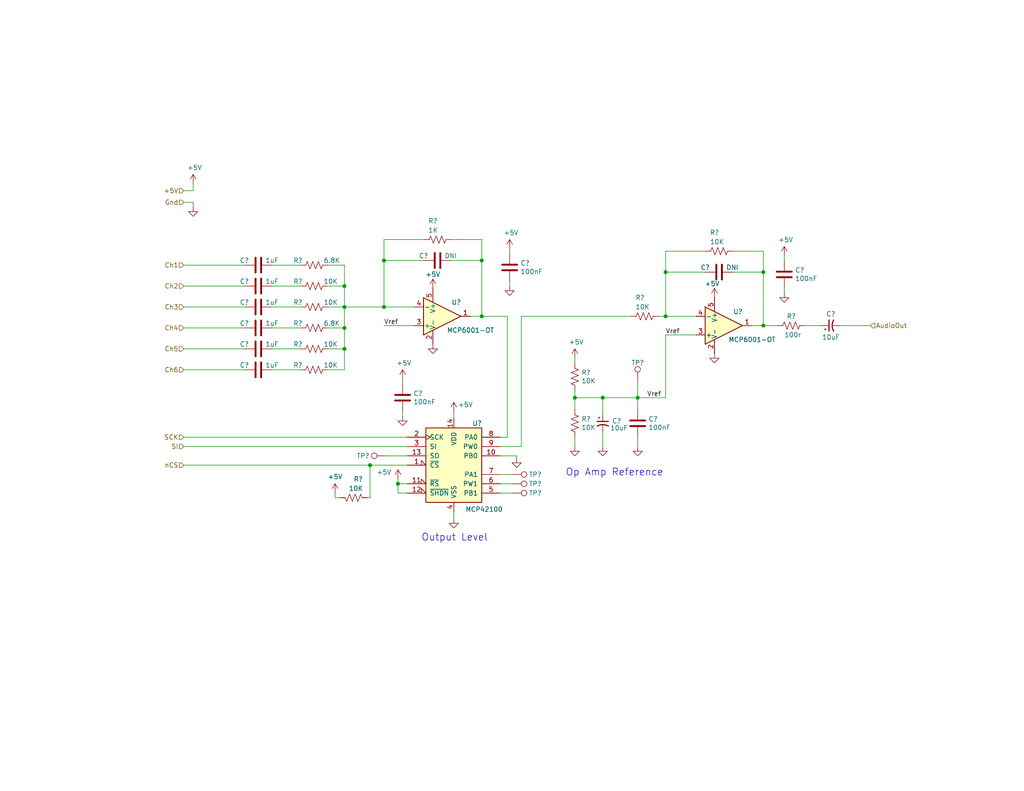
<source format=kicad_sch>
(kicad_sch (version 20231120) (generator "eeschema") (generator_version "8.0")
  (paper "A")
  (title_block (title "555 Noise Box") (date "2024-05-29") (rev "1") (company "Gadget Reboot") (comment 1 "https://www.youtube.com/gadgetreboot") (comment 2 "https://github.com/GadgetReboot/555_Noise_Box"))
  (lib_symbols
    (symbol "Connector:TestPoint" (pin_numbers hide) (pin_names (offset 0.762) hide)
      (property "Reference" "TP" (at 0 6.858 0))
      (property "Value" "TestPoint" (at 0 5.08 0))
      (symbol "TestPoint_0_1"
        (circle (center 0 3.302) (radius 0.762))
      )
      (symbol "TestPoint_1_1"
        (pin passive line (at 0 0 90) (length 2.54) (name "1") (number "1"))
      )
    )
    (symbol "Device:C" (pin_numbers hide) (pin_names (offset 0.254))
      (property "Reference" "C" (at 0.635 2.54 0))
      (property "Value" "C" (at 0.635 -2.54 0))
      (symbol "C_0_1"
        (polyline (pts (xy -2.032 -0.762) (xy 2.032 -0.762)) (stroke (width 0.508)))
        (polyline (pts (xy -2.032 0.762) (xy 2.032 0.762)) (stroke (width 0.508)))
      )
      (symbol "C_1_1"
        (pin passive line (at 0 3.81 270) (length 2.794) (name "~") (number "1"))
        (pin passive line (at 0 -3.81 90) (length 2.794) (name "~") (number "2"))
      )
    )
    (symbol "Device:R_US" (pin_numbers hide) (pin_names (offset 0))
      (property "Reference" "R" (at 2.54 0 90))
      (property "Value" "R_US" (at -2.54 0 90))
      (symbol "R_US_0_1"
        (polyline (pts (xy 0 -2.286) (xy 0 -2.54)))
        (polyline (pts (xy 0 2.286) (xy 0 2.54)))
        (polyline (pts (xy 0 -0.762) (xy 1.016 -1.143) (xy 0 -1.524) (xy -1.016 -1.905) (xy 0 -2.286)))
        (polyline (pts (xy 0 0.762) (xy 1.016 0.381) (xy 0 0) (xy -1.016 -0.381) (xy 0 -0.762)))
        (polyline (pts (xy 0 2.286) (xy 1.016 1.905) (xy 0 1.524) (xy -1.016 1.143) (xy 0 0.762)))
      )
      (symbol "R_US_1_1"
        (pin passive line (at 0 3.81 270) (length 1.27) (name "~") (number "1"))
        (pin passive line (at 0 -3.81 90) (length 1.27) (name "~") (number "2"))
      )
    )
    (symbol "GR_555_Noise_Box-rescue:+5V-power" (power) (pin_names (offset 0))
      (property "Value" "power_+5V" (at 0 3.556 0))
      (symbol "+5V-power_0_1"
        (polyline (pts (xy -0.762 1.27) (xy 0 2.54)))
        (polyline (pts (xy 0 0) (xy 0 2.54)))
        (polyline (pts (xy 0 2.54) (xy 0.762 1.27)))
      )
      (symbol "+5V-power_1_1"
        (pin power_in line (at 0 0 90) (length 0) hide (name "+5V") (number "1"))
      )
    )
    (symbol "GR_555_Noise_Box-rescue:CP1_Small-Device" (pin_numbers hide) (pin_names (offset 0.254) hide)
      (property "Reference" "C" (at 0.254 1.778 0))
      (property "Value" "Device_CP1_Small" (at 0.254 -2.032 0))
      (symbol "CP1_Small-Device_0_1"
        (polyline (pts (xy -1.524 0.508) (xy 1.524 0.508)) (stroke (width 0.3048)))
        (polyline (pts (xy -1.27 1.524) (xy -0.762 1.524)))
        (polyline (pts (xy -1.016 1.27) (xy -1.016 1.778)))
        (arc (start 1.524 -0.762) (mid 0 -0.3734) (end -1.524 -0.762) (stroke (width 0.3048)))
      )
      (symbol "CP1_Small-Device_1_1"
        (pin passive line (at 0 2.54 270) (length 2.032) (name "~") (number "1"))
        (pin passive line (at 0 -2.54 90) (length 2.032) (name "~") (number "2"))
      )
    )
    (symbol "GR_555_Noise_Box-rescue:GND-power" (power) (pin_names (offset 0))
      (property "Value" "power_GND" (at 0 -3.81 0))
      (symbol "GND-power_0_1"
        (polyline (pts (xy 0 0) (xy 0 -1.27) (xy 1.27 -1.27) (xy 0 -2.54) (xy -1.27 -1.27) (xy 0 -1.27)))
      )
      (symbol "GND-power_1_1"
        (pin power_in line (at 0 0 270) (length 0) hide (name "GND") (number "1"))
      )
    )
    (symbol "Potentiometer_Digital:MCP42100" (pin_names (offset 1.016))
      (property "Reference" "U" (at -7.62 11.43 0))
      (property "Value" "MCP42100" (at 2.54 11.43 0))
      (symbol "MCP42100_0_1"
        (rectangle (start -7.62 10.16) (end 7.62 -10.16) (stroke (width 0.254)) (fill (type background)))
      )
      (symbol "MCP42100_1_1"
        (pin input input_low (at -12.7 0 0) (length 5.08) (name "~{CS}") (number "1"))
        (pin passive line (at 12.7 2.54 180) (length 5.08) (name "PB0") (number "10"))
        (pin input input_low (at -12.7 -5.08 0) (length 5.08) (name "~{RS}") (number "11"))
        (pin input input_low (at -12.7 -7.62 0) (length 5.08) (name "~{SHDN}") (number "12"))
        (pin output line (at -12.7 2.54 0) (length 5.08) (name "SO") (number "13"))
        (pin power_in line (at 0 12.7 270) (length 2.54) (name "VDD") (number "14"))
        (pin input clock (at -12.7 7.62 0) (length 5.08) (name "SCK") (number "2"))
        (pin input line (at -12.7 5.08 0) (length 5.08) (name "SI") (number "3"))
        (pin power_in line (at 0 -12.7 90) (length 2.54) (name "VSS") (number "4"))
        (pin passive line (at 12.7 -7.62 180) (length 5.08) (name "PB1") (number "5"))
        (pin passive line (at 12.7 -5.08 180) (length 5.08) (name "PW1") (number "6"))
        (pin passive line (at 12.7 -2.54 180) (length 5.08) (name "PA1") (number "7"))
        (pin passive line (at 12.7 7.62 180) (length 5.08) (name "PA0") (number "8"))
        (pin passive line (at 12.7 5.08 180) (length 5.08) (name "PW0") (number "9"))
      )
    )
    (symbol "mcp6001:MCP6001-OT" (pin_names (offset 0.127))
      (property "Reference" "U" (at -1.27 6.35 0))
      (property "Value" "MCP6001-OT" (at -1.27 3.81 0))
      (symbol "MCP6001-OT_0_1"
        (polyline (pts (xy -5.08 5.08) (xy 5.08 0) (xy -5.08 -5.08) (xy -5.08 5.08)) (stroke (width 0.254)) (fill (type background)))
        (pin power_in line (at -2.54 -7.62 90) (length 3.81) (name "V-") (number "2"))
        (pin power_in line (at -2.54 7.62 270) (length 3.81) (name "V+") (number "5"))
      )
      (symbol "MCP6001-OT_1_1"
        (pin output line (at 7.62 0 180) (length 2.54) (name "~") (number "1"))
        (pin input line (at -7.62 -2.54 0) (length 2.54) (name "+") (number "3"))
        (pin input line (at -7.62 2.54 0) (length 2.54) (name "-") (number "4"))
      )
    )
  )
  (junction (at 181.61 74.295))
  (junction (at 108.585 132.08))
  (junction (at 164.465 108.585))
  (junction (at 93.98 89.535))
  (junction (at 93.98 78.105))
  (junction (at 181.61 86.36))
  (junction (at 173.99 108.585))
  (junction (at 208.28 74.295))
  (junction (at 93.98 83.82))
  (junction (at 131.445 71.12))
  (junction (at 104.775 71.12))
  (junction (at 208.28 88.9))
  (junction (at 156.845 108.585))
  (junction (at 131.445 86.36))
  (junction (at 104.775 83.82))
  (junction (at 93.98 95.25))
  (junction (at 100.965 127))
  (wire (pts (xy 109.855 104.775) (xy 109.855 103.505)))
  (wire (pts (xy 208.28 68.58) (xy 208.28 74.295)))
  (wire (pts (xy 156.845 111.76) (xy 156.845 108.585)))
  (wire (pts (xy 115.57 65.405) (xy 104.775 65.405)))
  (wire (pts (xy 93.98 83.82) (xy 89.535 83.82)))
  (wire (pts (xy 50.165 100.965) (xy 66.675 100.965)))
  (wire (pts (xy 50.165 52.07) (xy 52.705 52.07)))
  (wire (pts (xy 111.125 127) (xy 100.965 127)))
  (wire (pts (xy 156.845 99.06) (xy 156.845 97.79)))
  (wire (pts (xy 131.445 71.12) (xy 131.445 86.36)))
  (wire (pts (xy 200.025 74.295) (xy 208.28 74.295)))
  (wire (pts (xy 136.525 119.38) (xy 138.43 119.38)))
  (wire (pts (xy 181.61 108.585) (xy 181.61 91.44)))
  (wire (pts (xy 74.295 95.25) (xy 81.915 95.25)))
  (wire (pts (xy 156.845 108.585) (xy 164.465 108.585)))
  (wire (pts (xy 140.97 124.46) (xy 140.97 125.095)))
  (wire (pts (xy 181.61 68.58) (xy 181.61 74.295)))
  (wire (pts (xy 50.165 78.105) (xy 66.675 78.105)))
  (wire (pts (xy 50.165 72.39) (xy 66.675 72.39)))
  (wire (pts (xy 142.24 86.36) (xy 142.24 121.92)))
  (wire (pts (xy 212.09 88.9) (xy 208.28 88.9)))
  (wire (pts (xy 52.705 55.245) (xy 52.705 56.515)))
  (wire (pts (xy 142.24 121.92) (xy 136.525 121.92)))
  (wire (pts (xy 156.845 108.585) (xy 156.845 106.68)))
  (wire (pts (xy 104.775 83.82) (xy 113.03 83.82)))
  (wire (pts (xy 213.995 71.12) (xy 213.995 69.85)))
  (wire (pts (xy 105.41 124.46) (xy 111.125 124.46)))
  (wire (pts (xy 115.57 71.12) (xy 104.775 71.12)))
  (wire (pts (xy 50.165 55.245) (xy 52.705 55.245)))
  (wire (pts (xy 111.125 121.92) (xy 50.165 121.92)))
  (wire (pts (xy 181.61 86.36) (xy 189.865 86.36)))
  (wire (pts (xy 52.705 52.07) (xy 52.705 50.165)))
  (wire (pts (xy 113.03 88.9) (xy 104.775 88.9)))
  (wire (pts (xy 93.98 95.25) (xy 93.98 89.535)))
  (wire (pts (xy 74.295 83.82) (xy 81.915 83.82)))
  (wire (pts (xy 91.44 135.89) (xy 92.71 135.89)))
  (wire (pts (xy 173.99 108.585) (xy 181.61 108.585)))
  (wire (pts (xy 164.465 108.585) (xy 164.465 113.03)))
  (wire (pts (xy 139.065 76.835) (xy 139.065 78.105)))
  (wire (pts (xy 93.98 72.39) (xy 93.98 78.105)))
  (wire (pts (xy 156.845 119.38) (xy 156.845 121.92)))
  (wire (pts (xy 93.98 100.965) (xy 89.535 100.965)))
  (wire (pts (xy 93.98 95.25) (xy 89.535 95.25)))
  (wire (pts (xy 74.295 89.535) (xy 81.915 89.535)))
  (wire (pts (xy 93.98 78.105) (xy 89.535 78.105)))
  (wire (pts (xy 93.98 83.82) (xy 104.775 83.82)))
  (wire (pts (xy 131.445 86.36) (xy 128.27 86.36)))
  (wire (pts (xy 229.235 88.9) (xy 237.49 88.9)))
  (wire (pts (xy 93.98 100.965) (xy 93.98 95.25)))
  (wire (pts (xy 108.585 134.62) (xy 108.585 132.08)))
  (wire (pts (xy 93.98 89.535) (xy 93.98 83.82)))
  (wire (pts (xy 100.33 135.89) (xy 100.965 135.89)))
  (wire (pts (xy 164.465 108.585) (xy 173.99 108.585)))
  (wire (pts (xy 164.465 121.92) (xy 164.465 118.11)))
  (wire (pts (xy 136.525 129.54) (xy 139.7 129.54)))
  (wire (pts (xy 108.585 132.08) (xy 108.585 130.81)))
  (wire (pts (xy 93.98 78.105) (xy 93.98 83.82)))
  (wire (pts (xy 111.125 132.08) (xy 108.585 132.08)))
  (wire (pts (xy 173.99 108.585) (xy 173.99 111.76)))
  (wire (pts (xy 179.705 86.36) (xy 181.61 86.36)))
  (wire (pts (xy 123.19 65.405) (xy 131.445 65.405)))
  (wire (pts (xy 50.165 83.82) (xy 66.675 83.82)))
  (wire (pts (xy 104.775 71.12) (xy 104.775 83.82)))
  (wire (pts (xy 100.965 127) (xy 50.165 127)))
  (wire (pts (xy 111.125 134.62) (xy 108.585 134.62)))
  (wire (pts (xy 100.965 135.89) (xy 100.965 127)))
  (wire (pts (xy 138.43 86.36) (xy 138.43 119.38)))
  (wire (pts (xy 131.445 65.405) (xy 131.445 71.12)))
  (wire (pts (xy 200.025 68.58) (xy 208.28 68.58)))
  (wire (pts (xy 219.71 88.9) (xy 224.155 88.9)))
  (wire (pts (xy 93.98 89.535) (xy 89.535 89.535)))
  (wire (pts (xy 91.44 134.62) (xy 91.44 135.89)))
  (wire (pts (xy 173.99 119.38) (xy 173.99 121.92)))
  (wire (pts (xy 131.445 86.36) (xy 138.43 86.36)))
  (wire (pts (xy 136.525 124.46) (xy 140.97 124.46)))
  (wire (pts (xy 74.295 100.965) (xy 81.915 100.965)))
  (wire (pts (xy 189.865 91.44) (xy 181.61 91.44)))
  (wire (pts (xy 136.525 134.62) (xy 139.7 134.62)))
  (wire (pts (xy 173.99 104.14) (xy 173.99 108.585)))
  (wire (pts (xy 213.995 78.74) (xy 213.995 80.01)))
  (wire (pts (xy 93.98 72.39) (xy 89.535 72.39)))
  (wire (pts (xy 123.19 71.12) (xy 131.445 71.12)))
  (wire (pts (xy 74.295 78.105) (xy 81.915 78.105)))
  (wire (pts (xy 139.065 69.215) (xy 139.065 67.945)))
  (wire (pts (xy 181.61 74.295) (xy 181.61 86.36)))
  (wire (pts (xy 142.24 86.36) (xy 172.085 86.36)))
  (wire (pts (xy 192.405 68.58) (xy 181.61 68.58)))
  (wire (pts (xy 123.825 139.7) (xy 123.825 141.605)))
  (wire (pts (xy 192.405 74.295) (xy 181.61 74.295)))
  (wire (pts (xy 104.775 65.405) (xy 104.775 71.12)))
  (wire (pts (xy 208.28 74.295) (xy 208.28 88.9)))
  (wire (pts (xy 50.165 95.25) (xy 66.675 95.25)))
  (wire (pts (xy 50.165 89.535) (xy 66.675 89.535)))
  (wire (pts (xy 109.855 112.395) (xy 109.855 113.665)))
  (wire (pts (xy 74.295 72.39) (xy 81.915 72.39)))
  (wire (pts (xy 123.825 112.395) (xy 123.825 114.3)))
  (wire (pts (xy 205.105 88.9) (xy 208.28 88.9)))
  (wire (pts (xy 139.7 132.08) (xy 136.525 132.08)))
  (wire (pts (xy 50.165 119.38) (xy 111.125 119.38)))
  (text "Output Level" (at 114.935 147.955 0) (effects (font (size 1.905 1.905)) (justify left bottom)))
  (text "Op Amp Reference" (at 154.305 130.175 0) (effects (font (size 1.905 1.905)) (justify left bottom)))
  (label "Vref" (at 176.53 108.585 0))
  (label "Vref" (at 104.775 88.9 0))
  (label "Vref" (at 181.61 91.44 0))
  (hierarchical_label "nCS" (shape input) (at 50.165 127 180))
  (hierarchical_label "+5V" (shape input) (at 50.165 52.07 180))
  (hierarchical_label "SI" (shape input) (at 50.165 121.92 180))
  (hierarchical_label "Ch6" (shape input) (at 50.165 100.965 180))
  (hierarchical_label "Ch2" (shape input) (at 50.165 78.105 180))
  (hierarchical_label "SCK" (shape input) (at 50.165 119.38 180))
  (hierarchical_label "AudioOut" (shape input) (at 237.49 88.9 0))
  (hierarchical_label "Ch5" (shape input) (at 50.165 95.25 180))
  (hierarchical_label "Ch4" (shape input) (at 50.165 89.535 180))
  (hierarchical_label "Gnd" (shape input) (at 50.165 55.245 180))
  (hierarchical_label "Ch1" (shape input) (at 50.165 72.39 180))
  (hierarchical_label "Ch3" (shape input) (at 50.165 83.82 180))
  (symbol (lib_id "Device:R_US") (at 119.38 65.405 270) (unit 1)
    (property "Reference" "R33" (at 116.84 60.325 90) (effects (justify left)))
    (property "Value" "1K" (at 116.84 62.865 90) (effects (justify left)))
    (property "Footprint" "Resistor_SMD:R_0805_2012Metric_Pad1.15x1.40mm_HandSolder" (effects (hide yes)))
    (instances (project "" (path "" (reference "R?") (unit 1)) (path "" (reference "R33") (unit 1))))
  )
  (symbol (lib_id "Device:R_US") (at 85.725 89.535 270) (unit 1)
    (property "Reference" "R29" (at 80.01 88.265 90) (effects (justify left)))
    (property "Value" "6.8K" (at 88.265 88.265 90) (effects (justify left)))
    (property "Footprint" "Resistor_SMD:R_0805_2012Metric_Pad1.15x1.40mm_HandSolder" (effects (hide yes)))
    (instances (project "" (path "" (reference "R?") (unit 1)) (path "" (reference "R29") (unit 1))))
  )
  (symbol (lib_id "Device:C") (at 70.485 89.535 270) (unit 1)
    (property "Reference" "C21" (at 65.405 88.265 90) (effects (justify left)))
    (property "Value" "1uF" (at 72.39 88.265 90) (effects (justify left)))
    (property "Footprint" "Capacitor_SMD:C_0805_2012Metric_Pad1.15x1.40mm_HandSolder" (effects (hide yes)))
    (instances (project "" (path "" (reference "C?") (unit 1)) (path "" (reference "C21") (unit 1))))
  )
  (symbol (lib_id "Device:R_US") (at 85.725 83.82 270) (unit 1)
    (property "Reference" "R28" (at 80.01 82.55 90) (effects (justify left)))
    (property "Value" "10K" (at 88.265 82.55 90) (effects (justify left)))
    (property "Footprint" "Resistor_SMD:R_0805_2012Metric_Pad1.15x1.40mm_HandSolder" (effects (hide yes)))
    (instances (project "" (path "" (reference "R?") (unit 1)) (path "" (reference "R28") (unit 1))))
  )
  (symbol (lib_id "Device:C") (at 70.485 83.82 270) (unit 1)
    (property "Reference" "C20" (at 65.405 82.55 90) (effects (justify left)))
    (property "Value" "1uF" (at 72.39 82.55 90) (effects (justify left)))
    (property "Footprint" "Capacitor_SMD:C_0805_2012Metric_Pad1.15x1.40mm_HandSolder" (effects (hide yes)))
    (instances (project "" (path "" (reference "C?") (unit 1)) (path "" (reference "C20") (unit 1))))
  )
  (symbol (lib_id "Device:R_US") (at 85.725 78.105 270) (unit 1)
    (property "Reference" "R27" (at 80.01 76.835 90) (effects (justify left)))
    (property "Value" "10K" (at 88.265 76.835 90) (effects (justify left)))
    (property "Footprint" "Resistor_SMD:R_0805_2012Metric_Pad1.15x1.40mm_HandSolder" (effects (hide yes)))
    (instances (project "" (path "" (reference "R?") (unit 1)) (path "" (reference "R27") (unit 1))))
  )
  (symbol (lib_id "Device:C") (at 70.485 78.105 270) (unit 1)
    (property "Reference" "C19" (at 65.405 76.835 90) (effects (justify left)))
    (property "Value" "1uF" (at 72.39 76.835 90) (effects (justify left)))
    (property "Footprint" "Capacitor_SMD:C_0805_2012Metric_Pad1.15x1.40mm_HandSolder" (effects (hide yes)))
    (instances (project "" (path "" (reference "C?") (unit 1)) (path "" (reference "C19") (unit 1))))
  )
  (symbol (lib_id "Device:R_US") (at 85.725 72.39 270) (unit 1)
    (property "Reference" "R26" (at 80.01 71.12 90) (effects (justify left)))
    (property "Value" "6.8K" (at 88.265 71.12 90) (effects (justify left)))
    (property "Footprint" "Resistor_SMD:R_0805_2012Metric_Pad1.15x1.40mm_HandSolder" (effects (hide yes)))
    (instances (project "" (path "" (reference "R?") (unit 1)) (path "" (reference "R26") (unit 1))))
  )
  (symbol (lib_id "Device:C") (at 70.485 72.39 270) (unit 1)
    (property "Reference" "C18" (at 65.405 71.12 90) (effects (justify left)))
    (property "Value" "1uF" (at 72.39 71.12 90) (effects (justify left)))
    (property "Footprint" "Capacitor_SMD:C_0805_2012Metric_Pad1.15x1.40mm_HandSolder" (effects (hide yes)))
    (instances (project "" (path "" (reference "C?") (unit 1)) (path "" (reference "C18") (unit 1))))
  )
  (symbol (lib_id "Device:R_US") (at 85.725 100.965 270) (unit 1)
    (property "Reference" "R31" (at 80.01 99.695 90) (effects (justify left)))
    (property "Value" "10K" (at 88.265 99.695 90) (effects (justify left)))
    (property "Footprint" "Resistor_SMD:R_0805_2012Metric_Pad1.15x1.40mm_HandSolder" (effects (hide yes)))
    (instances (project "" (path "" (reference "R?") (unit 1)) (path "" (reference "R31") (unit 1))))
  )
  (symbol (lib_id "Device:C") (at 70.485 100.965 270) (unit 1)
    (property "Reference" "C23" (at 65.405 99.695 90) (effects (justify left)))
    (property "Value" "1uF" (at 72.39 99.695 90) (effects (justify left)))
    (property "Footprint" "Capacitor_SMD:C_0805_2012Metric_Pad1.15x1.40mm_HandSolder" (effects (hide yes)))
    (instances (project "" (path "" (reference "C?") (unit 1)) (path "" (reference "C23") (unit 1))))
  )
  (symbol (lib_id "Device:R_US") (at 85.725 95.25 270) (unit 1)
    (property "Reference" "R30" (at 80.01 93.98 90) (effects (justify left)))
    (property "Value" "10K" (at 88.265 93.98 90) (effects (justify left)))
    (property "Footprint" "Resistor_SMD:R_0805_2012Metric_Pad1.15x1.40mm_HandSolder" (effects (hide yes)))
    (instances (project "" (path "" (reference "R?") (unit 1)) (path "" (reference "R30") (unit 1))))
  )
  (symbol (lib_id "Device:C") (at 70.485 95.25 270) (unit 1)
    (property "Reference" "C22" (at 65.405 93.98 90) (effects (justify left)))
    (property "Value" "1uF" (at 72.39 93.98 90) (effects (justify left)))
    (property "Footprint" "Capacitor_SMD:C_0805_2012Metric_Pad1.15x1.40mm_HandSolder" (effects (hide yes)))
    (instances (project "" (path "" (reference "C?") (unit 1)) (path "" (reference "C22") (unit 1))))
  )
  (symbol (lib_id "Device:C") (at 119.38 71.12 270) (unit 1)
    (property "Reference" "C25" (at 114.3 69.85 90) (effects (justify left)))
    (property "Value" "DNI" (at 121.285 69.85 90) (effects (justify left)))
    (property "Footprint" "Capacitor_SMD:C_0805_2012Metric_Pad1.15x1.40mm_HandSolder" (effects (hide yes)))
    (instances (project "" (path "" (reference "C?") (unit 1)) (path "" (reference "C25") (unit 1))))
  )
  (symbol (lib_id "Device:R_US") (at 196.215 68.58 270) (unit 1)
    (property "Reference" "R37" (at 193.675 63.5 90) (effects (justify left)))
    (property "Value" "10K" (at 193.675 66.04 90) (effects (justify left)))
    (property "Footprint" "Resistor_SMD:R_0805_2012Metric_Pad1.15x1.40mm_HandSolder" (effects (hide yes)))
    (instances (project "" (path "" (reference "R?") (unit 1)) (path "" (reference "R37") (unit 1))))
  )
  (symbol (lib_id "Device:C") (at 196.215 74.295 270) (unit 1)
    (property "Reference" "C29" (at 191.135 73.025 90) (effects (justify left)))
    (property "Value" "DNI" (at 198.12 73.025 90) (effects (justify left)))
    (property "Footprint" "Capacitor_SMD:C_0805_2012Metric_Pad1.15x1.40mm_HandSolder" (effects (hide yes)))
    (instances (project "" (path "" (reference "C?") (unit 1)) (path "" (reference "C29") (unit 1))))
  )
  (symbol (lib_id "Device:R_US") (at 175.895 86.36 270) (unit 1)
    (property "Reference" "R36" (at 173.355 81.28 90) (effects (justify left)))
    (property "Value" "10K" (at 173.355 83.82 90) (effects (justify left)))
    (property "Footprint" "Resistor_SMD:R_0805_2012Metric_Pad1.15x1.40mm_HandSolder" (effects (hide yes)))
    (instances (project "" (path "" (reference "R?") (unit 1)) (path "" (reference "R36") (unit 1))))
  )
  (symbol (lib_id "Device:C") (at 213.995 74.93 0) (unit 1)
    (property "Reference" "C30" (at 216.916 73.7616 0) (effects (justify left)))
    (property "Value" "100nF" (at 216.916 76.073 0) (effects (justify left)))
    (property "Footprint" "Capacitor_SMD:C_0805_2012Metric_Pad1.15x1.40mm_HandSolder" (effects (hide yes)))
    (instances (project "" (path "" (reference "C?") (unit 1)) (path "" (reference "C30") (unit 1))))
  )
  (symbol (lib_id "GR_555_Noise_Box-rescue:GND-power") (at 213.995 80.01 0) (unit 1)
    (property "Reference" "#PWR0140" (effects (hide yes)))
    (property "Value" "GND" (effects (hide yes)))
    (instances (project "" (path "" (reference "#PWR?") (unit 1)) (path "" (reference "#PWR0140") (unit 1))))
  )
  (symbol (lib_id "Device:C") (at 139.065 73.025 0) (unit 1)
    (property "Reference" "C26" (at 141.986 71.8566 0) (effects (justify left)))
    (property "Value" "100nF" (at 141.986 74.168 0) (effects (justify left)))
    (property "Footprint" "Capacitor_SMD:C_0805_2012Metric_Pad1.15x1.40mm_HandSolder" (effects (hide yes)))
    (instances (project "" (path "" (reference "C?") (unit 1)) (path "" (reference "C26") (unit 1))))
  )
  (symbol (lib_id "GR_555_Noise_Box-rescue:GND-power") (at 139.065 78.105 0) (unit 1)
    (property "Reference" "#PWR0131" (effects (hide yes)))
    (property "Value" "GND" (effects (hide yes)))
    (instances (project "" (path "" (reference "#PWR?") (unit 1)) (path "" (reference "#PWR0131") (unit 1))))
  )
  (symbol (lib_id "Device:C") (at 109.855 108.585 0) (unit 1)
    (property "Reference" "C24" (at 112.776 107.4166 0) (effects (justify left)))
    (property "Value" "100nF" (at 112.776 109.728 0) (effects (justify left)))
    (property "Footprint" "Capacitor_SMD:C_0805_2012Metric_Pad1.15x1.40mm_HandSolder" (effects (hide yes)))
    (instances (project "" (path "" (reference "C?") (unit 1)) (path "" (reference "C24") (unit 1))))
  )
  (symbol (lib_id "GR_555_Noise_Box-rescue:GND-power") (at 109.855 113.665 0) (unit 1)
    (property "Reference" "#PWR0125" (effects (hide yes)))
    (property "Value" "GND" (effects (hide yes)))
    (instances (project "" (path "" (reference "#PWR?") (unit 1)) (path "" (reference "#PWR0125") (unit 1))))
  )
  (symbol (lib_id "GR_555_Noise_Box-rescue:+5V-power") (at 109.855 103.505 0) (unit 1)
    (property "Reference" "#PWR0124" (effects (hide yes)))
    (property "Value" "+5V" (at 110.236 99.1108 0))
    (instances (project "" (path "" (reference "#PWR?") (unit 1)) (path "" (reference "#PWR0124") (unit 1))))
  )
  (symbol (lib_id "GR_555_Noise_Box-rescue:+5V-power") (at 139.065 67.945 0) (unit 1)
    (property "Reference" "#PWR0130" (effects (hide yes)))
    (property "Value" "+5V" (at 139.446 63.5508 0))
    (instances (project "" (path "" (reference "#PWR?") (unit 1)) (path "" (reference "#PWR0130") (unit 1))))
  )
  (symbol (lib_id "GR_555_Noise_Box-rescue:+5V-power") (at 213.995 69.85 0) (unit 1)
    (property "Reference" "#PWR0139" (effects (hide yes)))
    (property "Value" "+5V" (at 214.376 65.4558 0))
    (instances (project "" (path "" (reference "#PWR?") (unit 1)) (path "" (reference "#PWR0139") (unit 1))))
  )
  (symbol (lib_id "mcp6001:MCP6001-OT") (at 197.485 88.9 0) (unit 1)
    (property "Reference" "U15" (at 200.025 85.09 0) (effects (justify left)))
    (property "Value" "MCP6001-OT" (at 198.755 92.71 0) (effects (justify left)))
    (property "Footprint" "Package_TO_SOT_SMD:SOT-23-5" (effects (hide yes)))
    (property "Datasheet" "http://ww1.microchip.com/downloads/en/DeviceDoc/21733j.pdf" (effects (hide yes)))
    (instances (project "" (path "" (reference "U?") (unit 1)) (path "" (reference "U15") (unit 1))))
  )
  (symbol (lib_id "mcp6001:MCP6001-OT") (at 120.65 86.36 0) (unit 1)
    (property "Reference" "U13" (at 123.19 82.55 0) (effects (justify left)))
    (property "Value" "MCP6001-OT" (at 121.92 90.17 0) (effects (justify left)))
    (property "Footprint" "Package_TO_SOT_SMD:SOT-23-5" (effects (hide yes)))
    (property "Datasheet" "http://ww1.microchip.com/downloads/en/DeviceDoc/21733j.pdf" (effects (hide yes)))
    (instances (project "" (path "" (reference "U?") (unit 1)) (path "" (reference "U13") (unit 1))))
  )
  (symbol (lib_id "GR_555_Noise_Box-rescue:+5V-power") (at 118.11 78.74 0) (unit 1)
    (property "Reference" "#PWR0126" (effects (hide yes)))
    (property "Value" "+5V" (at 118.11 74.93 0))
    (instances (project "" (path "" (reference "#PWR?") (unit 1)) (path "" (reference "#PWR0126") (unit 1))))
  )
  (symbol (lib_id "GR_555_Noise_Box-rescue:+5V-power") (at 194.945 81.28 0) (unit 1)
    (property "Reference" "#PWR0137" (effects (hide yes)))
    (property "Value" "+5V" (at 194.31 77.47 0))
    (instances (project "" (path "" (reference "#PWR?") (unit 1)) (path "" (reference "#PWR0137") (unit 1))))
  )
  (symbol (lib_id "GR_555_Noise_Box-rescue:GND-power") (at 118.11 93.98 0) (unit 1)
    (property "Reference" "#PWR0127" (effects (hide yes)))
    (property "Value" "GND" (effects (hide yes)))
    (instances (project "" (path "" (reference "#PWR?") (unit 1)) (path "" (reference "#PWR0127") (unit 1))))
  )
  (symbol (lib_id "GR_555_Noise_Box-rescue:GND-power") (at 194.945 96.52 0) (unit 1)
    (property "Reference" "#PWR0138" (effects (hide yes)))
    (property "Value" "GND" (effects (hide yes)))
    (instances (project "" (path "" (reference "#PWR?") (unit 1)) (path "" (reference "#PWR0138") (unit 1))))
  )
  (symbol (lib_id "Potentiometer_Digital:MCP42100") (at 123.825 127 0) (unit 1)
    (property "Reference" "U?" (at 130.175 115.57 0))
    (property "Value" "MCP42100" (at 132.08 139.065 0))
    (property "Footprint" "Package_SO:SOIC-14_3.9x8.7mm_P1.27mm" (effects (hide yes)))
    (property "Datasheet" "http://ww1.microchip.com/downloads/en/DeviceDoc/11195c.pdf" (effects (hide yes)))
    (instances (project "" (path "" (reference "U?") (unit 1)) (path "" (reference "U?") (unit 1)) (path "" (reference "U14") (unit 1)) (path "" (reference "U?") (unit 1))))
  )
  (symbol (lib_id "GR_555_Noise_Box-rescue:GND-power") (at 123.825 141.605 0) (unit 1)
    (property "Reference" "#PWR?" (effects (hide yes)))
    (property "Value" "GND" (effects (hide yes)))
    (instances (project "" (path "" (reference "#PWR?") (unit 1)) (path "" (reference "#PWR?") (unit 1)) (path "" (reference "#PWR0129") (unit 1)) (path "" (reference "#PWR?") (unit 1))))
  )
  (symbol (lib_id "GR_555_Noise_Box-rescue:+5V-power") (at 123.825 112.395 0) (unit 1)
    (property "Reference" "#PWR?" (effects (hide yes)))
    (property "Value" "+5V" (at 127 110.49 0))
    (instances (project "" (path "" (reference "#PWR?") (unit 1)) (path "" (reference "#PWR?") (unit 1)) (path "" (reference "#PWR0128") (unit 1)) (path "" (reference "#PWR?") (unit 1))))
  )
  (symbol (lib_id "GR_555_Noise_Box-rescue:+5V-power") (at 108.585 130.81 0) (unit 1)
    (property "Reference" "#PWR?" (effects (hide yes)))
    (property "Value" "+5V" (at 104.775 128.905 0))
    (instances (project "" (path "" (reference "#PWR?") (unit 1)) (path "" (reference "#PWR?") (unit 1)) (path "" (reference "#PWR0123") (unit 1)) (path "" (reference "#PWR?") (unit 1))))
  )
  (symbol (lib_id "Device:R_US") (at 215.9 88.9 270) (unit 1)
    (property "Reference" "R38" (at 214.63 86.36 90) (effects (justify left)))
    (property "Value" "100r" (at 213.995 91.44 90) (effects (justify left)))
    (property "Footprint" "Resistor_SMD:R_0805_2012Metric_Pad1.15x1.40mm_HandSolder" (effects (hide yes)))
    (instances (project "" (path "" (reference "R?") (unit 1)) (path "" (reference "R38") (unit 1))))
  )
  (symbol (lib_id "GR_555_Noise_Box-rescue:GND-power") (at 140.97 125.095 0) (unit 1)
    (property "Reference" "#PWR?" (effects (hide yes)))
    (property "Value" "GND" (effects (hide yes)))
    (instances (project "" (path "" (reference "#PWR?") (unit 1)) (path "" (reference "#PWR?") (unit 1)) (path "" (reference "#PWR0132") (unit 1)) (path "" (reference "#PWR?") (unit 1))))
  )
  (symbol (lib_id "GR_555_Noise_Box-rescue:+5V-power") (at 52.705 50.165 0) (unit 1)
    (property "Reference" "#PWR?" (effects (hide yes)))
    (property "Value" "+5V" (at 53.086 45.7708 0))
    (instances (project "" (path "" (reference "#PWR?") (unit 1)) (path "" (reference "#PWR?") (unit 1)) (path "" (reference "#PWR0120") (unit 1)) (path "" (reference "#PWR?") (unit 1))))
  )
  (symbol (lib_id "GR_555_Noise_Box-rescue:GND-power") (at 52.705 56.515 0) (unit 1)
    (property "Reference" "#PWR?" (effects (hide yes)))
    (property "Value" "GND" (effects (hide yes)))
    (instances (project "" (path "" (reference "#PWR?") (unit 1)) (path "" (reference "#PWR?") (unit 1)) (path "" (reference "#PWR0121") (unit 1)) (path "" (reference "#PWR?") (unit 1))))
  )
  (symbol (lib_id "Device:R_US") (at 156.845 102.87 0) (unit 1)
    (property "Reference" "R34" (at 158.623 101.7016 0) (effects (justify left)))
    (property "Value" "10K" (at 158.623 104.013 0) (effects (justify left)))
    (property "Footprint" "Resistor_SMD:R_0805_2012Metric_Pad1.15x1.40mm_HandSolder" (effects (hide yes)))
    (instances (project "" (path "" (reference "R?") (unit 1)) (path "" (reference "R34") (unit 1))))
  )
  (symbol (lib_id "GR_555_Noise_Box-rescue:GND-power") (at 156.845 121.92 0) (unit 1)
    (property "Reference" "#PWR0134" (effects (hide yes)))
    (property "Value" "GND" (effects (hide yes)))
    (instances (project "" (path "" (reference "#PWR?") (unit 1)) (path "" (reference "#PWR0134") (unit 1))))
  )
  (symbol (lib_id "GR_555_Noise_Box-rescue:+5V-power") (at 156.845 97.79 0) (unit 1)
    (property "Reference" "#PWR0133" (effects (hide yes)))
    (property "Value" "+5V" (at 157.226 93.3958 0))
    (instances (project "" (path "" (reference "#PWR?") (unit 1)) (path "" (reference "#PWR0133") (unit 1))))
  )
  (symbol (lib_id "Device:R_US") (at 156.845 115.57 0) (unit 1)
    (property "Reference" "R35" (at 158.623 114.4016 0) (effects (justify left)))
    (property "Value" "10K" (at 158.623 116.713 0) (effects (justify left)))
    (property "Footprint" "Resistor_SMD:R_0805_2012Metric_Pad1.15x1.40mm_HandSolder" (effects (hide yes)))
    (instances (project "" (path "" (reference "R?") (unit 1)) (path "" (reference "R35") (unit 1))))
  )
  (symbol (lib_id "Device:C") (at 173.99 115.57 0) (unit 1)
    (property "Reference" "C28" (at 176.911 114.4016 0) (effects (justify left)))
    (property "Value" "100nF" (at 176.911 116.713 0) (effects (justify left)))
    (property "Footprint" "Capacitor_SMD:C_0805_2012Metric_Pad1.15x1.40mm_HandSolder" (effects (hide yes)))
    (instances (project "" (path "" (reference "C?") (unit 1)) (path "" (reference "C28") (unit 1))))
  )
  (symbol (lib_id "GR_555_Noise_Box-rescue:GND-power") (at 173.99 121.92 0) (unit 1)
    (property "Reference" "#PWR0136" (effects (hide yes)))
    (property "Value" "GND" (effects (hide yes)))
    (instances (project "" (path "" (reference "#PWR?") (unit 1)) (path "" (reference "#PWR0136") (unit 1))))
  )
  (symbol (lib_id "Device:R_US") (at 96.52 135.89 90) (mirror x) (unit 1)
    (property "Reference" "R?" (at 99.06 130.81 90) (effects (justify left)))
    (property "Value" "10K" (at 99.06 133.35 90) (effects (justify left)))
    (property "Footprint" "Resistor_SMD:R_0805_2012Metric_Pad1.15x1.40mm_HandSolder" (effects (hide yes)))
    (instances (project "" (path "" (reference "R?") (unit 1)) (path "" (reference "R?") (unit 1)) (path "" (reference "R32") (unit 1)) (path "" (reference "R?") (unit 1))))
  )
  (symbol (lib_id "GR_555_Noise_Box-rescue:+5V-power") (at 91.44 134.62 0) (unit 1)
    (property "Reference" "#PWR?" (effects (hide yes)))
    (property "Value" "+5V" (at 91.44 130.175 0))
    (instances (project "" (path "" (reference "#PWR?") (unit 1)) (path "" (reference "#PWR?") (unit 1)) (path "" (reference "#PWR0122") (unit 1)) (path "" (reference "#PWR?") (unit 1))))
  )
  (symbol (lib_id "Connector:TestPoint") (at 105.41 124.46 90) (unit 1)
    (property "Reference" "TP?" (at 99.06 124.46 90))
    (property "Value" "TestPoint" (effects (hide yes)))
    (property "Footprint" "TestPoint:TestPoint_Pad_D1.0mm" (effects (hide yes)))
    (instances (project "" (path "" (reference "TP?") (unit 1)) (path "" (reference "TP11") (unit 1)) (path "" (reference "TP?") (unit 1))))
  )
  (symbol (lib_id "GR_555_Noise_Box-rescue:CP1_Small-Device") (at 164.465 115.57 0) (unit 1)
    (property "Reference" "C27" (at 168.275 114.935 0))
    (property "Value" "10uF" (at 168.91 116.84 0))
    (property "Footprint" "Capacitor_SMD:C_Elec_4x5.8" (effects (hide yes)))
    (instances (project "" (path "" (reference "C?") (unit 1)) (path "" (reference "C27") (unit 1))))
  )
  (symbol (lib_id "GR_555_Noise_Box-rescue:GND-power") (at 164.465 121.92 0) (unit 1)
    (property "Reference" "#PWR0135" (effects (hide yes)))
    (property "Value" "GND" (effects (hide yes)))
    (instances (project "" (path "" (reference "#PWR?") (unit 1)) (path "" (reference "#PWR0135") (unit 1))))
  )
  (symbol (lib_id "GR_555_Noise_Box-rescue:CP1_Small-Device") (at 226.695 88.9 90) (unit 1)
    (property "Reference" "C31" (at 226.695 85.725 90))
    (property "Value" "10uF" (at 226.695 92.075 90))
    (property "Footprint" "Capacitor_SMD:C_Elec_4x5.8" (effects (hide yes)))
    (instances (project "" (path "" (reference "C?") (unit 1)) (path "" (reference "C31") (unit 1))))
  )
  (symbol (lib_id "Connector:TestPoint") (at 139.7 129.54 270) (unit 1)
    (property "Reference" "TP?" (at 146.05 129.54 90))
    (property "Value" "TestPoint" (effects (hide yes)))
    (property "Footprint" "TestPoint:TestPoint_Pad_D1.0mm" (effects (hide yes)))
    (instances (project "" (path "" (reference "TP?") (unit 1)) (path "" (reference "TP12") (unit 1)) (path "" (reference "TP?") (unit 1))))
  )
  (symbol (lib_id "Connector:TestPoint") (at 139.7 132.08 270) (unit 1)
    (property "Reference" "TP?" (at 146.05 132.08 90))
    (property "Value" "TestPoint" (effects (hide yes)))
    (property "Footprint" "TestPoint:TestPoint_Pad_D1.0mm" (effects (hide yes)))
    (instances (project "" (path "" (reference "TP?") (unit 1)) (path "" (reference "TP13") (unit 1)) (path "" (reference "TP?") (unit 1))))
  )
  (symbol (lib_id "Connector:TestPoint") (at 139.7 134.62 270) (unit 1)
    (property "Reference" "TP?" (at 146.05 134.62 90))
    (property "Value" "TestPoint" (effects (hide yes)))
    (property "Footprint" "TestPoint:TestPoint_Pad_D1.0mm" (effects (hide yes)))
    (instances (project "" (path "" (reference "TP?") (unit 1)) (path "" (reference "TP14") (unit 1)) (path "" (reference "TP?") (unit 1))))
  )
  (symbol (lib_id "Connector:TestPoint") (at 173.99 104.14 0) (unit 1)
    (property "Reference" "TP?" (at 173.99 99.06 0))
    (property "Value" "TestPoint" (effects (hide yes)))
    (property "Footprint" "TestPoint:TestPoint_Pad_D1.0mm" (effects (hide yes)))
    (instances (project "" (path "" (reference "TP?") (unit 1)) (path "" (reference "TP15") (unit 1)) (path "" (reference "TP?") (unit 1))))
  )
)
</source>
